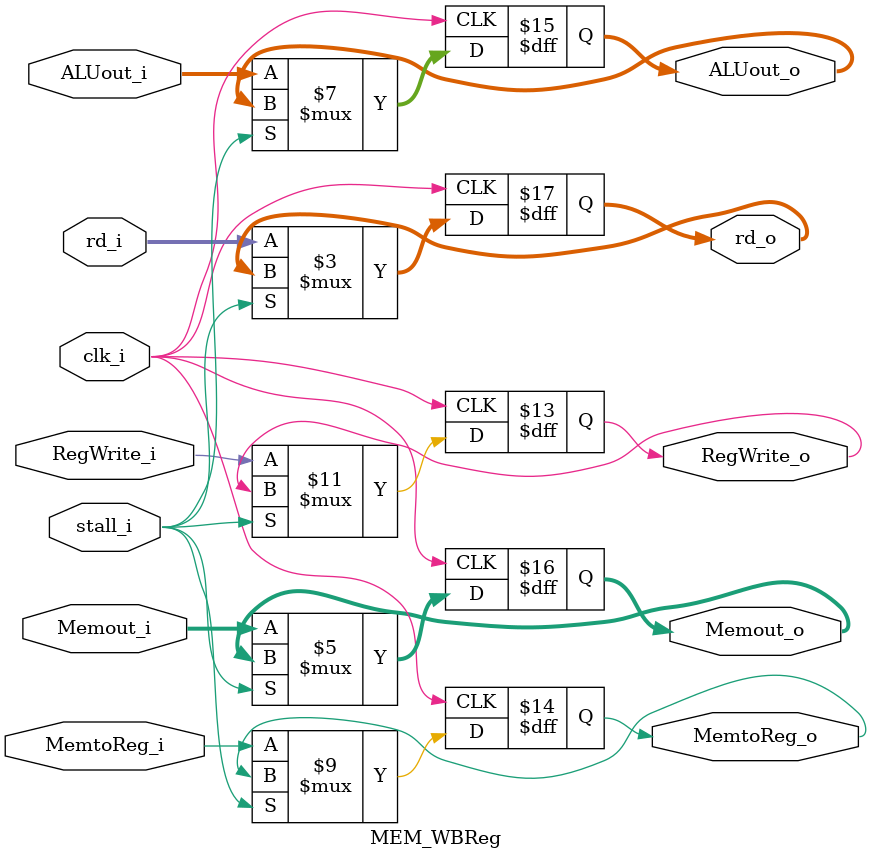
<source format=v>
module MEM_WBReg(clk_i, RegWrite_i, MemtoReg_i, ALUout_i, Memout_i, rd_i, stall_i, RegWrite_o, MemtoReg_o, ALUout_o, Memout_o, rd_o);

input clk_i;
input RegWrite_i;
input MemtoReg_i;
input [31:0] ALUout_i;
input [31:0] Memout_i;
input [4:0] rd_i;
input stall_i;

output reg RegWrite_o;
output reg MemtoReg_o;
output reg [31:0] ALUout_o;
output reg [31:0] Memout_o;
output reg [4:0] rd_o;

always @ (posedge clk_i)
begin
	if(stall_i == 0) begin
		RegWrite_o <= RegWrite_i;
		MemtoReg_o <= MemtoReg_i;
		ALUout_o <= ALUout_i;
		Memout_o <= Memout_i;
		rd_o <= rd_i;
	end
end

endmodule
</source>
